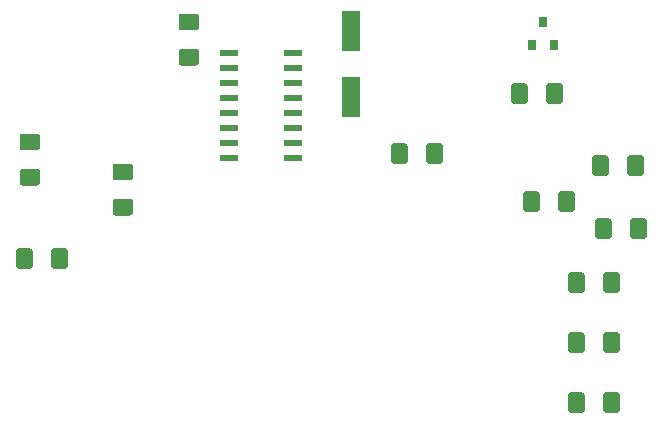
<source format=gbp>
G04 #@! TF.GenerationSoftware,KiCad,Pcbnew,5.1.6-c6e7f7d~87~ubuntu20.04.1*
G04 #@! TF.CreationDate,2020-07-23T13:09:22+02:00*
G04 #@! TF.ProjectId,lotusble,6c6f7475-7362-46c6-952e-6b696361645f,rev?*
G04 #@! TF.SameCoordinates,Original*
G04 #@! TF.FileFunction,Paste,Bot*
G04 #@! TF.FilePolarity,Positive*
%FSLAX46Y46*%
G04 Gerber Fmt 4.6, Leading zero omitted, Abs format (unit mm)*
G04 Created by KiCad (PCBNEW 5.1.6-c6e7f7d~87~ubuntu20.04.1) date 2020-07-23 13:09:22*
%MOMM*%
%LPD*%
G01*
G04 APERTURE LIST*
%ADD10R,1.600000X3.500000*%
%ADD11R,1.500000X0.600000*%
%ADD12R,0.800000X0.900000*%
G04 APERTURE END LIST*
G36*
G01*
X93558000Y-97653000D02*
X93558000Y-96403000D01*
G75*
G02*
X93808000Y-96153000I250000J0D01*
G01*
X94733000Y-96153000D01*
G75*
G02*
X94983000Y-96403000I0J-250000D01*
G01*
X94983000Y-97653000D01*
G75*
G02*
X94733000Y-97903000I-250000J0D01*
G01*
X93808000Y-97903000D01*
G75*
G02*
X93558000Y-97653000I0J250000D01*
G01*
G37*
G36*
G01*
X96533000Y-97653000D02*
X96533000Y-96403000D01*
G75*
G02*
X96783000Y-96153000I250000J0D01*
G01*
X97708000Y-96153000D01*
G75*
G02*
X97958000Y-96403000I0J-250000D01*
G01*
X97958000Y-97653000D01*
G75*
G02*
X97708000Y-97903000I-250000J0D01*
G01*
X96783000Y-97903000D01*
G75*
G02*
X96533000Y-97653000I0J250000D01*
G01*
G37*
G36*
G01*
X59807000Y-83226000D02*
X58557000Y-83226000D01*
G75*
G02*
X58307000Y-82976000I0J250000D01*
G01*
X58307000Y-82051000D01*
G75*
G02*
X58557000Y-81801000I250000J0D01*
G01*
X59807000Y-81801000D01*
G75*
G02*
X60057000Y-82051000I0J-250000D01*
G01*
X60057000Y-82976000D01*
G75*
G02*
X59807000Y-83226000I-250000J0D01*
G01*
G37*
G36*
G01*
X59807000Y-80251000D02*
X58557000Y-80251000D01*
G75*
G02*
X58307000Y-80001000I0J250000D01*
G01*
X58307000Y-79076000D01*
G75*
G02*
X58557000Y-78826000I250000J0D01*
G01*
X59807000Y-78826000D01*
G75*
G02*
X60057000Y-79076000I0J-250000D01*
G01*
X60057000Y-80001000D01*
G75*
G02*
X59807000Y-80251000I-250000J0D01*
G01*
G37*
G36*
G01*
X92697000Y-111135000D02*
X92697000Y-112385000D01*
G75*
G02*
X92447000Y-112635000I-250000J0D01*
G01*
X91522000Y-112635000D01*
G75*
G02*
X91272000Y-112385000I0J250000D01*
G01*
X91272000Y-111135000D01*
G75*
G02*
X91522000Y-110885000I250000J0D01*
G01*
X92447000Y-110885000D01*
G75*
G02*
X92697000Y-111135000I0J-250000D01*
G01*
G37*
G36*
G01*
X95672000Y-111135000D02*
X95672000Y-112385000D01*
G75*
G02*
X95422000Y-112635000I-250000J0D01*
G01*
X94497000Y-112635000D01*
G75*
G02*
X94247000Y-112385000I0J250000D01*
G01*
X94247000Y-111135000D01*
G75*
G02*
X94497000Y-110885000I250000J0D01*
G01*
X95422000Y-110885000D01*
G75*
G02*
X95672000Y-111135000I0J-250000D01*
G01*
G37*
G36*
G01*
X48936000Y-98943000D02*
X48936000Y-100193000D01*
G75*
G02*
X48686000Y-100443000I-250000J0D01*
G01*
X47761000Y-100443000D01*
G75*
G02*
X47511000Y-100193000I0J250000D01*
G01*
X47511000Y-98943000D01*
G75*
G02*
X47761000Y-98693000I250000J0D01*
G01*
X48686000Y-98693000D01*
G75*
G02*
X48936000Y-98943000I0J-250000D01*
G01*
G37*
G36*
G01*
X45961000Y-98943000D02*
X45961000Y-100193000D01*
G75*
G02*
X45711000Y-100443000I-250000J0D01*
G01*
X44786000Y-100443000D01*
G75*
G02*
X44536000Y-100193000I0J250000D01*
G01*
X44536000Y-98943000D01*
G75*
G02*
X44786000Y-98693000I250000J0D01*
G01*
X45711000Y-98693000D01*
G75*
G02*
X45961000Y-98943000I0J-250000D01*
G01*
G37*
G36*
G01*
X54219000Y-95926000D02*
X52969000Y-95926000D01*
G75*
G02*
X52719000Y-95676000I0J250000D01*
G01*
X52719000Y-94751000D01*
G75*
G02*
X52969000Y-94501000I250000J0D01*
G01*
X54219000Y-94501000D01*
G75*
G02*
X54469000Y-94751000I0J-250000D01*
G01*
X54469000Y-95676000D01*
G75*
G02*
X54219000Y-95926000I-250000J0D01*
G01*
G37*
G36*
G01*
X54219000Y-92951000D02*
X52969000Y-92951000D01*
G75*
G02*
X52719000Y-92701000I0J250000D01*
G01*
X52719000Y-91776000D01*
G75*
G02*
X52969000Y-91526000I250000J0D01*
G01*
X54219000Y-91526000D01*
G75*
G02*
X54469000Y-91776000I0J-250000D01*
G01*
X54469000Y-92701000D01*
G75*
G02*
X54219000Y-92951000I-250000J0D01*
G01*
G37*
G36*
G01*
X46345000Y-90411000D02*
X45095000Y-90411000D01*
G75*
G02*
X44845000Y-90161000I0J250000D01*
G01*
X44845000Y-89236000D01*
G75*
G02*
X45095000Y-88986000I250000J0D01*
G01*
X46345000Y-88986000D01*
G75*
G02*
X46595000Y-89236000I0J-250000D01*
G01*
X46595000Y-90161000D01*
G75*
G02*
X46345000Y-90411000I-250000J0D01*
G01*
G37*
G36*
G01*
X46345000Y-93386000D02*
X45095000Y-93386000D01*
G75*
G02*
X44845000Y-93136000I0J250000D01*
G01*
X44845000Y-92211000D01*
G75*
G02*
X45095000Y-91961000I250000J0D01*
G01*
X46345000Y-91961000D01*
G75*
G02*
X46595000Y-92211000I0J-250000D01*
G01*
X46595000Y-93136000D01*
G75*
G02*
X46345000Y-93386000I-250000J0D01*
G01*
G37*
G36*
G01*
X95672000Y-100975000D02*
X95672000Y-102225000D01*
G75*
G02*
X95422000Y-102475000I-250000J0D01*
G01*
X94497000Y-102475000D01*
G75*
G02*
X94247000Y-102225000I0J250000D01*
G01*
X94247000Y-100975000D01*
G75*
G02*
X94497000Y-100725000I250000J0D01*
G01*
X95422000Y-100725000D01*
G75*
G02*
X95672000Y-100975000I0J-250000D01*
G01*
G37*
G36*
G01*
X92697000Y-100975000D02*
X92697000Y-102225000D01*
G75*
G02*
X92447000Y-102475000I-250000J0D01*
G01*
X91522000Y-102475000D01*
G75*
G02*
X91272000Y-102225000I0J250000D01*
G01*
X91272000Y-100975000D01*
G75*
G02*
X91522000Y-100725000I250000J0D01*
G01*
X92447000Y-100725000D01*
G75*
G02*
X92697000Y-100975000I0J-250000D01*
G01*
G37*
G36*
G01*
X92697000Y-106055000D02*
X92697000Y-107305000D01*
G75*
G02*
X92447000Y-107555000I-250000J0D01*
G01*
X91522000Y-107555000D01*
G75*
G02*
X91272000Y-107305000I0J250000D01*
G01*
X91272000Y-106055000D01*
G75*
G02*
X91522000Y-105805000I250000J0D01*
G01*
X92447000Y-105805000D01*
G75*
G02*
X92697000Y-106055000I0J-250000D01*
G01*
G37*
G36*
G01*
X95672000Y-106055000D02*
X95672000Y-107305000D01*
G75*
G02*
X95422000Y-107555000I-250000J0D01*
G01*
X94497000Y-107555000D01*
G75*
G02*
X94247000Y-107305000I0J250000D01*
G01*
X94247000Y-106055000D01*
G75*
G02*
X94497000Y-105805000I250000J0D01*
G01*
X95422000Y-105805000D01*
G75*
G02*
X95672000Y-106055000I0J-250000D01*
G01*
G37*
G36*
G01*
X87462000Y-95367000D02*
X87462000Y-94117000D01*
G75*
G02*
X87712000Y-93867000I250000J0D01*
G01*
X88637000Y-93867000D01*
G75*
G02*
X88887000Y-94117000I0J-250000D01*
G01*
X88887000Y-95367000D01*
G75*
G02*
X88637000Y-95617000I-250000J0D01*
G01*
X87712000Y-95617000D01*
G75*
G02*
X87462000Y-95367000I0J250000D01*
G01*
G37*
G36*
G01*
X90437000Y-95367000D02*
X90437000Y-94117000D01*
G75*
G02*
X90687000Y-93867000I250000J0D01*
G01*
X91612000Y-93867000D01*
G75*
G02*
X91862000Y-94117000I0J-250000D01*
G01*
X91862000Y-95367000D01*
G75*
G02*
X91612000Y-95617000I-250000J0D01*
G01*
X90687000Y-95617000D01*
G75*
G02*
X90437000Y-95367000I0J250000D01*
G01*
G37*
D10*
X72898000Y-80258000D03*
X72898000Y-85858000D03*
G36*
G01*
X80686000Y-90053000D02*
X80686000Y-91303000D01*
G75*
G02*
X80436000Y-91553000I-250000J0D01*
G01*
X79511000Y-91553000D01*
G75*
G02*
X79261000Y-91303000I0J250000D01*
G01*
X79261000Y-90053000D01*
G75*
G02*
X79511000Y-89803000I250000J0D01*
G01*
X80436000Y-89803000D01*
G75*
G02*
X80686000Y-90053000I0J-250000D01*
G01*
G37*
G36*
G01*
X77711000Y-90053000D02*
X77711000Y-91303000D01*
G75*
G02*
X77461000Y-91553000I-250000J0D01*
G01*
X76536000Y-91553000D01*
G75*
G02*
X76286000Y-91303000I0J250000D01*
G01*
X76286000Y-90053000D01*
G75*
G02*
X76536000Y-89803000I250000J0D01*
G01*
X77461000Y-89803000D01*
G75*
G02*
X77711000Y-90053000I0J-250000D01*
G01*
G37*
G36*
G01*
X89421000Y-86223000D02*
X89421000Y-84973000D01*
G75*
G02*
X89671000Y-84723000I250000J0D01*
G01*
X90596000Y-84723000D01*
G75*
G02*
X90846000Y-84973000I0J-250000D01*
G01*
X90846000Y-86223000D01*
G75*
G02*
X90596000Y-86473000I-250000J0D01*
G01*
X89671000Y-86473000D01*
G75*
G02*
X89421000Y-86223000I0J250000D01*
G01*
G37*
G36*
G01*
X86446000Y-86223000D02*
X86446000Y-84973000D01*
G75*
G02*
X86696000Y-84723000I250000J0D01*
G01*
X87621000Y-84723000D01*
G75*
G02*
X87871000Y-84973000I0J-250000D01*
G01*
X87871000Y-86223000D01*
G75*
G02*
X87621000Y-86473000I-250000J0D01*
G01*
X86696000Y-86473000D01*
G75*
G02*
X86446000Y-86223000I0J250000D01*
G01*
G37*
G36*
G01*
X94729000Y-91069000D02*
X94729000Y-92319000D01*
G75*
G02*
X94479000Y-92569000I-250000J0D01*
G01*
X93554000Y-92569000D01*
G75*
G02*
X93304000Y-92319000I0J250000D01*
G01*
X93304000Y-91069000D01*
G75*
G02*
X93554000Y-90819000I250000J0D01*
G01*
X94479000Y-90819000D01*
G75*
G02*
X94729000Y-91069000I0J-250000D01*
G01*
G37*
G36*
G01*
X97704000Y-91069000D02*
X97704000Y-92319000D01*
G75*
G02*
X97454000Y-92569000I-250000J0D01*
G01*
X96529000Y-92569000D01*
G75*
G02*
X96279000Y-92319000I0J250000D01*
G01*
X96279000Y-91069000D01*
G75*
G02*
X96529000Y-90819000I250000J0D01*
G01*
X97454000Y-90819000D01*
G75*
G02*
X97704000Y-91069000I0J-250000D01*
G01*
G37*
D11*
X67978000Y-82169000D03*
X67978000Y-83439000D03*
X67978000Y-84709000D03*
X67978000Y-85979000D03*
X67978000Y-87249000D03*
X67978000Y-88519000D03*
X67978000Y-89789000D03*
X67978000Y-91059000D03*
X62578000Y-91059000D03*
X62578000Y-89789000D03*
X62578000Y-88519000D03*
X62578000Y-87249000D03*
X62578000Y-85979000D03*
X62578000Y-84709000D03*
X62578000Y-83439000D03*
X62578000Y-82169000D03*
D12*
X90104000Y-81518000D03*
X88204000Y-81518000D03*
X89154000Y-79518000D03*
M02*

</source>
